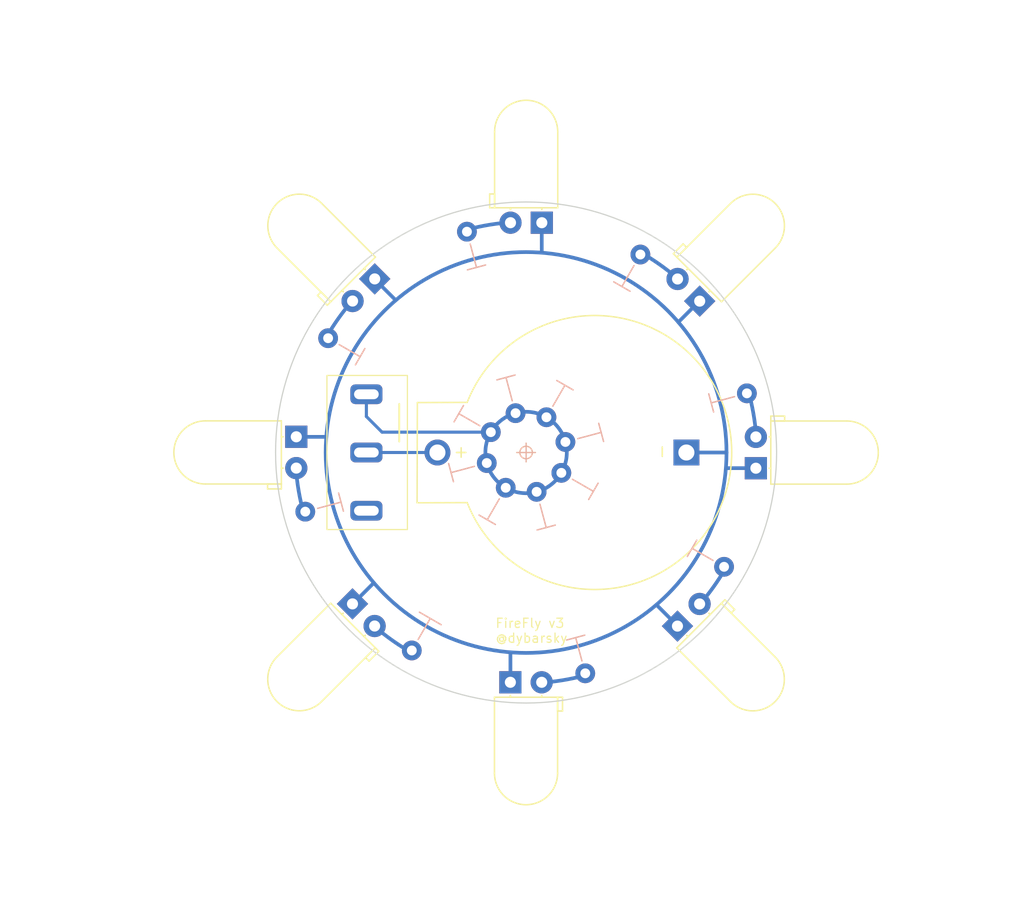
<source format=kicad_pcb>
(kicad_pcb (version 20221018) (generator pcbnew)
  (layers (0 "F.Cu" signal) (31 "B.Cu" signal) (34 "B.Paste" user) (35 "F.Paste" user) (36 "B.SilkS" user "B.Silkscreen") (37 "F.SilkS" user "F.Silkscreen") (38 "B.Mask" user) (39 "F.Mask" user) (44 "Edge.Cuts" user))
  (net 0 "")
  (net 1 "GND")
  (net 2 "3V")
  (net 3 "LED")
  (footprint "LED_THT:LED_D5.0mm_Horizontal_O1.27mm_Z3.0mm" (layer "F.Cu") (at 143.113324 80.177798 135)
    (fp_text reference "D1" hide)
    (fp_text value "LED_D5.0mm_Horizontal_O1.27mm_Z3.0mm" hide)
    (fp_line (start -1.29 1.21) (end -1.29 7.37) (stroke (width 0.12)) (layer "F.SilkS"))
    (fp_line (start -1.29 1.21) (end 3.83 1.21) (stroke (width 0.12)) (layer "F.SilkS"))
    (fp_line (start 0 1.08) (end 0 1.08) (stroke (width 0.12)) (layer "F.SilkS"))
    (fp_line (start 0 1.08) (end 0 1.21) (stroke (width 0.12)) (layer "F.SilkS"))
    (fp_line (start 0 1.21) (end 0 1.08) (stroke (width 0.12)) (layer "F.SilkS"))
    (fp_line (start 0 1.21) (end 0 1.21) (stroke (width 0.12)) (layer "F.SilkS"))
    (fp_line (start 2.54 1.08) (end 2.54 1.08) (stroke (width 0.12)) (layer "F.SilkS"))
    (fp_line (start 2.54 1.08) (end 2.54 1.21) (stroke (width 0.12)) (layer "F.SilkS"))
    (fp_line (start 2.54 1.21) (end 2.54 1.08) (stroke (width 0.12)) (layer "F.SilkS"))
    (fp_line (start 2.54 1.21) (end 2.54 1.21) (stroke (width 0.12)) (layer "F.SilkS"))
    (fp_line (start 3.83 1.21) (end 3.83 7.37) (stroke (width 0.12)) (layer "F.SilkS"))
    (fp_line (start 3.83 1.21) (end 4.23 1.21) (stroke (width 0.12)) (layer "F.SilkS"))
    (fp_line (start 3.83 2.33) (end 3.83 1.21) (stroke (width 0.12)) (layer "F.SilkS"))
    (fp_line (start 4.23 1.21) (end 4.23 2.33) (stroke (width 0.12)) (layer "F.SilkS"))
    (fp_line (start 4.23 2.33) (end 3.83 2.33) (stroke (width 0.12)) (layer "F.SilkS"))
    (fp_arc (start 3.83 7.37) (mid 1.27 9.93) (end -1.29 7.37) (stroke (width 0.12)) (layer "F.SilkS"))
    (pad "1" thru_hole rect (at 0 0 135) (size 1.8 1.8) (drill 0.9) (layers "*.Cu" "*.Mask") (net 1 "GND"))
    (pad "2" thru_hole circle (at 2.54 0 135) (size 1.8 1.8) (drill 0.9) (layers "*.Cu" "*.Mask") (net 3 "LED"))
  )
  (footprint "LED_THT:LED_D5.0mm_Horizontal_O1.27mm_Z3.0mm" (layer "F.Cu") (at 130.307 73.817 180)
    (fp_text reference "D2" hide)
    (fp_text value "LED_D5.0mm_Horizontal_O1.27mm_Z3.0mm" hide)
    (fp_line (start -1.29 1.21) (end -1.29 7.37) (stroke (width 0.12)) (layer "F.SilkS"))
    (fp_line (start -1.29 1.21) (end 3.83 1.21) (stroke (width 0.12)) (layer "F.SilkS"))
    (fp_line (start 0 1.08) (end 0 1.08) (stroke (width 0.12)) (layer "F.SilkS"))
    (fp_line (start 0 1.08) (end 0 1.21) (stroke (width 0.12)) (layer "F.SilkS"))
    (fp_line (start 0 1.21) (end 0 1.08) (stroke (width 0.12)) (layer "F.SilkS"))
    (fp_line (start 0 1.21) (end 0 1.21) (stroke (width 0.12)) (layer "F.SilkS"))
    (fp_line (start 2.54 1.08) (end 2.54 1.08) (stroke (width 0.12)) (layer "F.SilkS"))
    (fp_line (start 2.54 1.08) (end 2.54 1.21) (stroke (width 0.12)) (layer "F.SilkS"))
    (fp_line (start 2.54 1.21) (end 2.54 1.08) (stroke (width 0.12)) (layer "F.SilkS"))
    (fp_line (start 2.54 1.21) (end 2.54 1.21) (stroke (width 0.12)) (layer "F.SilkS"))
    (fp_line (start 3.83 1.21) (end 3.83 7.37) (stroke (width 0.12)) (layer "F.SilkS"))
    (fp_line (start 3.83 1.21) (end 4.23 1.21) (stroke (width 0.12)) (layer "F.SilkS"))
    (fp_line (start 3.83 2.33) (end 3.83 1.21) (stroke (width 0.12)) (layer "F.SilkS"))
    (fp_line (start 4.23 1.21) (end 4.23 2.33) (stroke (width 0.12)) (layer "F.SilkS"))
    (fp_line (start 4.23 2.33) (end 3.83 2.33) (stroke (width 0.12)) (layer "F.SilkS"))
    (fp_arc (start 3.83 7.37) (mid 1.27 9.93) (end -1.29 7.37) (stroke (width 0.12)) (layer "F.SilkS"))
    (pad "1" thru_hole rect (at 0 0 180) (size 1.8 1.8) (drill 0.9) (layers "*.Cu" "*.Mask") (net 1 "GND"))
    (pad "2" thru_hole circle (at 2.54 0 180) (size 1.8 1.8) (drill 0.9) (layers "*.Cu" "*.Mask") (net 3 "LED"))
  )
  (footprint "LED_THT:LED_D5.0mm_Horizontal_O1.27mm_Z3.0mm" (layer "F.Cu") (at 114.950676 104.734202 -45)
    (fp_text reference "REF**" hide)
    (fp_text value "LED_D5.0mm_Horizontal_O1.27mm_Z3.0mm" hide)
    (fp_line (start -1.29 1.21) (end -1.29 7.37) (stroke (width 0.12)) (layer "F.SilkS"))
    (fp_line (start -1.29 1.21) (end 3.83 1.21) (stroke (width 0.12)) (layer "F.SilkS"))
    (fp_line (start 0 1.08) (end 0 1.08) (stroke (width 0.12)) (layer "F.SilkS"))
    (fp_line (start 0 1.08) (end 0 1.21) (stroke (width 0.12)) (layer "F.SilkS"))
    (fp_line (start 0 1.21) (end 0 1.08) (stroke (width 0.12)) (layer "F.SilkS"))
    (fp_line (start 0 1.21) (end 0 1.21) (stroke (width 0.12)) (layer "F.SilkS"))
    (fp_line (start 2.54 1.08) (end 2.54 1.08) (stroke (width 0.12)) (layer "F.SilkS"))
    (fp_line (start 2.54 1.08) (end 2.54 1.21) (stroke (width 0.12)) (layer "F.SilkS"))
    (fp_line (start 2.54 1.21) (end 2.54 1.08) (stroke (width 0.12)) (layer "F.SilkS"))
    (fp_line (start 2.54 1.21) (end 2.54 1.21) (stroke (width 0.12)) (layer "F.SilkS"))
    (fp_line (start 3.83 1.21) (end 3.83 7.37) (stroke (width 0.12)) (layer "F.SilkS"))
    (fp_line (start 3.83 1.21) (end 4.23 1.21) (stroke (width 0.12)) (layer "F.SilkS"))
    (fp_line (start 3.83 2.33) (end 3.83 1.21) (stroke (width 0.12)) (layer "F.SilkS"))
    (fp_line (start 4.23 1.21) (end 4.23 2.33) (stroke (width 0.12)) (layer "F.SilkS"))
    (fp_line (start 4.23 2.33) (end 3.83 2.33) (stroke (width 0.12)) (layer "F.SilkS"))
    (fp_arc (start 3.83 7.37) (mid 1.27 9.93) (end -1.29 7.37) (stroke (width 0.12)) (layer "F.SilkS"))
    (pad "1" thru_hole rect (at 0 0 315) (size 1.8 1.8) (drill 0.9) (layers "*.Cu" "*.Mask") (net 1 "GND"))
    (pad "2" thru_hole circle (at 2.54 0 315) (size 1.8 1.8) (drill 0.9) (layers "*.Cu" "*.Mask") (net 3 "LED"))
  )
  (footprint "LED_THT:LED_D5.0mm_Horizontal_O1.27mm_Z3.0mm" (layer "F.Cu") (at 110.393 91.181 -90)
    (fp_text reference "REF**" hide)
    (fp_text value "LED_D5.0mm_Horizontal_O1.27mm_Z3.0mm" hide)
    (fp_line (start -1.29 1.21) (end -1.29 7.37) (stroke (width 0.12)) (layer "F.SilkS"))
    (fp_line (start -1.29 1.21) (end 3.83 1.21) (stroke (width 0.12)) (layer "F.SilkS"))
    (fp_line (start 0 1.08) (end 0 1.08) (stroke (width 0.12)) (layer "F.SilkS"))
    (fp_line (start 0 1.08) (end 0 1.21) (stroke (width 0.12)) (layer "F.SilkS"))
    (fp_line (start 0 1.21) (end 0 1.08) (stroke (width 0.12)) (layer "F.SilkS"))
    (fp_line (start 0 1.21) (end 0 1.21) (stroke (width 0.12)) (layer "F.SilkS"))
    (fp_line (start 2.54 1.08) (end 2.54 1.08) (stroke (width 0.12)) (layer "F.SilkS"))
    (fp_line (start 2.54 1.08) (end 2.54 1.21) (stroke (width 0.12)) (layer "F.SilkS"))
    (fp_line (start 2.54 1.21) (end 2.54 1.08) (stroke (width 0.12)) (layer "F.SilkS"))
    (fp_line (start 2.54 1.21) (end 2.54 1.21) (stroke (width 0.12)) (layer "F.SilkS"))
    (fp_line (start 3.83 1.21) (end 3.83 7.37) (stroke (width 0.12)) (layer "F.SilkS"))
    (fp_line (start 3.83 1.21) (end 4.23 1.21) (stroke (width 0.12)) (layer "F.SilkS"))
    (fp_line (start 3.83 2.33) (end 3.83 1.21) (stroke (width 0.12)) (layer "F.SilkS"))
    (fp_line (start 4.23 1.21) (end 4.23 2.33) (stroke (width 0.12)) (layer "F.SilkS"))
    (fp_line (start 4.23 2.33) (end 3.83 2.33) (stroke (width 0.12)) (layer "F.SilkS"))
    (fp_arc (start 3.83 7.37) (mid 1.27 9.93) (end -1.29 7.37) (stroke (width 0.12)) (layer "F.SilkS"))
    (pad "1" thru_hole rect (at 0 0 270) (size 1.8 1.8) (drill 0.9) (layers "*.Cu" "*.Mask") (net 1 "GND"))
    (pad "2" thru_hole circle (at 2.54 0 270) (size 1.8 1.8) (drill 0.9) (layers "*.Cu" "*.Mask") (net 3 "LED"))
  )
  (footprint "LED_THT:LED_D5.0mm_Horizontal_O1.27mm_Z3.0mm" (layer "F.Cu") (at 116.753798 78.374676 -135)
    (fp_text reference "REF**" hide)
    (fp_text value "LED_D5.0mm_Horizontal_O1.27mm_Z3.0mm" hide)
    (fp_line (start -1.29 1.21) (end -1.29 7.37) (stroke (width 0.12)) (layer "F.SilkS"))
    (fp_line (start -1.29 1.21) (end 3.83 1.21) (stroke (width 0.12)) (layer "F.SilkS"))
    (fp_line (start 0 1.08) (end 0 1.08) (stroke (width 0.12)) (layer "F.SilkS"))
    (fp_line (start 0 1.08) (end 0 1.21) (stroke (width 0.12)) (layer "F.SilkS"))
    (fp_line (start 0 1.21) (end 0 1.08) (stroke (width 0.12)) (layer "F.SilkS"))
    (fp_line (start 0 1.21) (end 0 1.21) (stroke (width 0.12)) (layer "F.SilkS"))
    (fp_line (start 2.54 1.08) (end 2.54 1.08) (stroke (width 0.12)) (layer "F.SilkS"))
    (fp_line (start 2.54 1.08) (end 2.54 1.21) (stroke (width 0.12)) (layer "F.SilkS"))
    (fp_line (start 2.54 1.21) (end 2.54 1.08) (stroke (width 0.12)) (layer "F.SilkS"))
    (fp_line (start 2.54 1.21) (end 2.54 1.21) (stroke (width 0.12)) (layer "F.SilkS"))
    (fp_line (start 3.83 1.21) (end 3.83 7.37) (stroke (width 0.12)) (layer "F.SilkS"))
    (fp_line (start 3.83 1.21) (end 4.23 1.21) (stroke (width 0.12)) (layer "F.SilkS"))
    (fp_line (start 3.83 2.33) (end 3.83 1.21) (stroke (width 0.12)) (layer "F.SilkS"))
    (fp_line (start 4.23 1.21) (end 4.23 2.33) (stroke (width 0.12)) (layer "F.SilkS"))
    (fp_line (start 4.23 2.33) (end 3.83 2.33) (stroke (width 0.12)) (layer "F.SilkS"))
    (fp_arc (start 3.83 7.37) (mid 1.27 9.93) (end -1.29 7.37) (stroke (width 0.12)) (layer "F.SilkS"))
    (pad "1" thru_hole rect (at 0 0 225) (size 1.8 1.8) (drill 0.9) (layers "*.Cu" "*.Mask") (net 1 "GND"))
    (pad "2" thru_hole circle (at 2.54 0 225) (size 1.8 1.8) (drill 0.9) (layers "*.Cu" "*.Mask") (net 3 "LED"))
  )
  (footprint "LED_THT:LED_D5.0mm_Horizontal_O1.27mm_Z3.0mm" (layer "F.Cu") (at 141.310202 106.537324 45)
    (fp_text reference "REF**" hide)
    (fp_text value "LED_D5.0mm_Horizontal_O1.27mm_Z3.0mm" hide)
    (fp_line (start -1.29 1.21) (end -1.29 7.37) (stroke (width 0.12)) (layer "F.SilkS"))
    (fp_line (start -1.29 1.21) (end 3.83 1.21) (stroke (width 0.12)) (layer "F.SilkS"))
    (fp_line (start 0 1.08) (end 0 1.08) (stroke (width 0.12)) (layer "F.SilkS"))
    (fp_line (start 0 1.08) (end 0 1.21) (stroke (width 0.12)) (layer "F.SilkS"))
    (fp_line (start 0 1.21) (end 0 1.08) (stroke (width 0.12)) (layer "F.SilkS"))
    (fp_line (start 0 1.21) (end 0 1.21) (stroke (width 0.12)) (layer "F.SilkS"))
    (fp_line (start 2.54 1.08) (end 2.54 1.08) (stroke (width 0.12)) (layer "F.SilkS"))
    (fp_line (start 2.54 1.08) (end 2.54 1.21) (stroke (width 0.12)) (layer "F.SilkS"))
    (fp_line (start 2.54 1.21) (end 2.54 1.08) (stroke (width 0.12)) (layer "F.SilkS"))
    (fp_line (start 2.54 1.21) (end 2.54 1.21) (stroke (width 0.12)) (layer "F.SilkS"))
    (fp_line (start 3.83 1.21) (end 3.83 7.37) (stroke (width 0.12)) (layer "F.SilkS"))
    (fp_line (start 3.83 1.21) (end 4.23 1.21) (stroke (width 0.12)) (layer "F.SilkS"))
    (fp_line (start 3.83 2.33) (end 3.83 1.21) (stroke (width 0.12)) (layer "F.SilkS"))
    (fp_line (start 4.23 1.21) (end 4.23 2.33) (stroke (width 0.12)) (layer "F.SilkS"))
    (fp_line (start 4.23 2.33) (end 3.83 2.33) (stroke (width 0.12)) (layer "F.SilkS"))
    (fp_arc (start 3.83 7.37) (mid 1.27 9.93) (end -1.29 7.37) (stroke (width 0.12)) (layer "F.SilkS"))
    (pad "1" thru_hole rect (at 0 0 45) (size 1.8 1.8) (drill 0.9) (layers "*.Cu" "*.Mask") (net 1 "GND"))
    (pad "2" thru_hole circle (at 2.54 0 45) (size 1.8 1.8) (drill 0.9) (layers "*.Cu" "*.Mask") (net 3 "LED"))
  )
  (footprint "LED_THT:LED_D5.0mm_Horizontal_O1.27mm_Z3.0mm" (layer "F.Cu") (at 127.757 111.095)
    (fp_text reference "REF**" hide)
    (fp_text value "LED_D5.0mm_Horizontal_O1.27mm_Z3.0mm" hide)
    (fp_line (start -1.29 1.21) (end -1.29 7.37) (stroke (width 0.12)) (layer "F.SilkS"))
    (fp_line (start -1.29 1.21) (end 3.83 1.21) (stroke (width 0.12)) (layer "F.SilkS"))
    (fp_line (start 0 1.08) (end 0 1.08) (stroke (width 0.12)) (layer "F.SilkS"))
    (fp_line (start 0 1.08) (end 0 1.21) (stroke (width 0.12)) (layer "F.SilkS"))
    (fp_line (start 0 1.21) (end 0 1.08) (stroke (width 0.12)) (layer "F.SilkS"))
    (fp_line (start 0 1.21) (end 0 1.21) (stroke (width 0.12)) (layer "F.SilkS"))
    (fp_line (start 2.54 1.08) (end 2.54 1.08) (stroke (width 0.12)) (layer "F.SilkS"))
    (fp_line (start 2.54 1.08) (end 2.54 1.21) (stroke (width 0.12)) (layer "F.SilkS"))
    (fp_line (start 2.54 1.21) (end 2.54 1.08) (stroke (width 0.12)) (layer "F.SilkS"))
    (fp_line (start 2.54 1.21) (end 2.54 1.21) (stroke (width 0.12)) (layer "F.SilkS"))
    (fp_line (start 3.83 1.21) (end 3.83 7.37) (stroke (width 0.12)) (layer "F.SilkS"))
    (fp_line (start 3.83 1.21) (end 4.23 1.21) (stroke (width 0.12)) (layer "F.SilkS"))
    (fp_line (start 3.83 2.33) (end 3.83 1.21) (stroke (width 0.12)) (layer "F.SilkS"))
    (fp_line (start 4.23 1.21) (end 4.23 2.33) (stroke (width 0.12)) (layer "F.SilkS"))
    (fp_line (start 4.23 2.33) (end 3.83 2.33) (stroke (width 0.12)) (layer "F.SilkS"))
    (fp_arc (start 3.83 7.37) (mid 1.27 9.93) (end -1.29 7.37) (stroke (width 0.12)) (layer "F.SilkS"))
    (pad "1" thru_hole rect (at 0 0) (size 1.8 1.8) (drill 0.9) (layers "*.Cu" "*.Mask") (net 1 "GND"))
    (pad "2" thru_hole circle (at 2.54 0) (size 1.8 1.8) (drill 0.9) (layers "*.Cu" "*.Mask") (net 3 "LED"))
  )
  (footprint "Battery:BatteryHolder_CR2032" (layer "F.Cu") (at 120.317176 92.456)
    (fp_text reference "CR2023" hide)
    (fp_text value "BatteryHolder_CR2032" hide)
    (fp_line (start -0.127 4.0767) (end -0.1016 -4.0513) (stroke (width 0.12)) (layer "F.SilkS"))
    (fp_line (start 3.937001 -4.064) (end -0.1016 -4.0513) (stroke (width 0.12)) (layer "F.SilkS"))
    (fp_line (start 3.937001 4.064) (end -0.127 4.0767) (stroke (width 0.12)) (layer "F.SilkS"))
    (fp_arc (start 3.937001 -4.064) (mid 25.392773 0) (end 3.937001 4.064) (stroke (width 0.12)) (layer "F.SilkS"))
    (pad "1" thru_hole oval (at 1.524 0 270) (size 2.1 2.1) (drill 1.3) (layers "*.Cu" "*.Mask") (net 2 "3V"))
    (pad "2" thru_hole rect (at 21.717 0 270) (size 2.1 2.1) (drill 1.3) (layers "*.Cu" "*.Mask") (net 1 "GND"))
  )
  (footprint "LED_THT:LED_D5.0mm_Horizontal_O1.27mm_Z3.0mm" (layer "F.Cu") (at 147.671 93.731 90)
    (fp_text reference "D8" hide)
    (fp_text value "LED_D5.0mm_Horizontal_O1.27mm_Z3.0mm" hide)
    (fp_line (start -1.29 1.21) (end -1.29 7.37) (stroke (width 0.12)) (layer "F.SilkS"))
    (fp_line (start -1.29 1.21) (end 3.83 1.21) (stroke (width 0.12)) (layer "F.SilkS"))
    (fp_line (start 0 1.08) (end 0 1.08) (stroke (width 0.12)) (layer "F.SilkS"))
    (fp_line (start 0 1.08) (end 0 1.21) (stroke (width 0.12)) (layer "F.SilkS"))
    (fp_line (start 0 1.21) (end 0 1.08) (stroke (width 0.12)) (layer "F.SilkS"))
    (fp_line (start 0 1.21) (end 0 1.21) (stroke (width 0.12)) (layer "F.SilkS"))
    (fp_line (start 2.54 1.08) (end 2.54 1.08) (stroke (width 0.12)) (layer "F.SilkS"))
    (fp_line (start 2.54 1.08) (end 2.54 1.21) (stroke (width 0.12)) (layer "F.SilkS"))
    (fp_line (start 2.54 1.21) (end 2.54 1.08) (stroke (width 0.12)) (layer "F.SilkS"))
    (fp_line (start 2.54 1.21) (end 2.54 1.21) (stroke (width 0.12)) (layer "F.SilkS"))
    (fp_line (start 3.83 1.21) (end 3.83 7.37) (stroke (width 0.12)) (layer "F.SilkS"))
    (fp_line (start 3.83 1.21) (end 4.23 1.21) (stroke (width 0.12)) (layer "F.SilkS"))
    (fp_line (start 3.83 2.33) (end 3.83 1.21) (stroke (width 0.12)) (layer "F.SilkS"))
    (fp_line (start 4.23 1.21) (end 4.23 2.33) (stroke (width 0.12)) (layer "F.SilkS"))
    (fp_line (start 4.23 2.33) (end 3.83 2.33) (stroke (width 0.12)) (layer "F.SilkS"))
    (fp_arc (start 3.83 7.37) (mid 1.27 9.93) (end -1.29 7.37) (stroke (width 0.12)) (layer "F.SilkS"))
    (pad "1" thru_hole rect (at 0 0 90) (size 1.8 1.8) (drill 0.9) (layers "*.Cu" "*.Mask") (net 1 "GND"))
    (pad "2" thru_hole circle (at 2.54 0 90) (size 1.8 1.8) (drill 0.9) (layers "*.Cu" "*.Mask") (net 3 "LED"))
  )
  (footprint "Button_Switch_THT:SS-12D10 Slide switch" (layer "F.Cu") (at 116.078 92.456 -90)
    (fp_text reference "" (at 0.635 -2.54 -90 unlocked) (layer "F.SilkS") (effects (font (thickness 0.1))))
    (fp_text value "SS-12D10 Slide switch" hide)
    (fp_rect (start -6.25 -3.327) (end 6.25 3.2) (stroke (width 0.1)) (fill none) (layer "F.SilkS"))
    (pad "1" thru_hole roundrect (at -4.7244 0 270) (size 1.6 2.6) (drill oval 0.8 2) (layers "*.Cu" "*.Mask") (net 2 "3V"))
    (pad "2" thru_hole roundrect (at 0 0 270) (size 1.6 2.6) (drill oval 0.8 2) (layers "*.Cu" "*.Mask") (net 2 "3V"))
    (pad "3" thru_hole roundrect (at 4.7244 0 270) (size 1.6 2.6) (drill oval 0.8 2) (layers "*.Cu" "*.Mask"))
  )
  (footprint "Resistor_THT:R_Axial_DIN0309_L9.0mm_D3.2mm_P15.24mm_Horizontal" (layer "B.Cu") (at 128.177378 89.266515 105)
    (fp_text reference "R2" hide)
    (fp_text value "R_Axial_DIN0309_L9.0mm_D3.2mm_P15.24mm_Horizontal" hide)
    (fp_line (start 1.04 0) (end 3 0) (stroke (width 0.12)) (layer "B.SilkS"))
    (fp_line (start 3 0.762) (end 3 -0.762) (stroke (width 0.12)) (layer "B.SilkS"))
    (fp_line (start 12.24 -0.762) (end 12.24 0.762) (stroke (width 0.12)) (layer "B.SilkS"))
    (fp_line (start 14.2 0) (end 12.24 0) (stroke (width 0.12)) (layer "B.SilkS"))
    (pad "1" thru_hole circle (at 0 0 105) (size 1.6 1.6) (drill 0.8) (layers "*.Cu" "*.Mask") (net 2 "3V"))
    (pad "2" thru_hole oval (at 15.24 0 105) (size 1.6 1.6) (drill 0.8) (layers "*.Cu" "*.Mask") (net 3 "LED"))
  )
  (footprint "Resistor_THT:R_Axial_DIN0309_L9.0mm_D3.2mm_P15.24mm_Horizontal" (layer "B.Cu") (at 127.380999 95.315614 -120)
    (fp_text reference "R5" hide)
    (fp_text value "R_Axial_DIN0309_L9.0mm_D3.2mm_P15.24mm_Horizontal" hide)
    (fp_line (start 1.04 0) (end 3 0) (stroke (width 0.12)) (layer "B.SilkS"))
    (fp_line (start 3 0.762) (end 3 -0.762) (stroke (width 0.12)) (layer "B.SilkS"))
    (fp_line (start 12.24 -1.016) (end 12.24 1.016) (stroke (width 0.12)) (layer "B.SilkS"))
    (fp_line (start 14.2 0) (end 12.24 0) (stroke (width 0.12)) (layer "B.SilkS"))
    (pad "1" thru_hole circle (at 0 0 240) (size 1.6 1.6) (drill 0.8) (layers "*.Cu" "*.Mask") (net 2 "3V"))
    (pad "2" thru_hole oval (at 15.24 0 240) (size 1.6 1.6) (drill 0.8) (layers "*.Cu" "*.Mask") (net 3 "LED"))
  )
  (footprint "Resistor_THT:R_Axial_DIN0309_L9.0mm_D3.2mm_P15.24mm_Horizontal" (layer "B.Cu") (at 125.842513 93.31062 -165)
    (fp_text reference "R4" hide)
    (fp_text value "R_Axial_DIN0309_L9.0mm_D3.2mm_P15.24mm_Horizontal" hide)
    (fp_line (start 1.04 0) (end 3 0) (stroke (width 0.12)) (layer "B.SilkS"))
    (fp_line (start 3 0.762) (end 3 -0.762) (stroke (width 0.12)) (layer "B.SilkS"))
    (fp_line (start 12.24 -0.762) (end 12.24 0.762) (stroke (width 0.12)) (layer "B.SilkS"))
    (fp_line (start 14.2 0) (end 12.24 0) (stroke (width 0.12)) (layer "B.SilkS"))
    (pad "1" thru_hole circle (at 0 0 195) (size 1.6 1.6) (drill 0.8) (layers "*.Cu" "*.Mask") (net 2 "3V"))
    (pad "2" thru_hole oval (at 15.24 0 195) (size 1.6 1.6) (drill 0.8) (layers "*.Cu" "*.Mask") (net 3 "LED"))
  )
  (footprint "Resistor_THT:R_Axial_DIN0309_L9.0mm_D3.2mm_P15.24mm_Horizontal" (layer "B.Cu") (at 129.886618 95.645485 -75)
    (fp_text reference "R6" hide)
    (fp_text value "R_Axial_DIN0309_L9.0mm_D3.2mm_P15.24mm_Horizontal" hide)
    (fp_line (start 1.04 0) (end 3 0) (stroke (width 0.12)) (layer "B.SilkS"))
    (fp_line (start 3 0.762) (end 3 -0.762) (stroke (width 0.12)) (layer "B.SilkS"))
    (fp_line (start 12.24 -0.762) (end 12.24 0.762) (stroke (width 0.12)) (layer "B.SilkS"))
    (fp_line (start 14.2 0) (end 12.24 0) (stroke (width 0.12)) (layer "B.SilkS"))
    (pad "1" thru_hole circle (at 0 0 285) (size 1.6 1.6) (drill 0.8) (layers "*.Cu" "*.Mask") (net 2 "3V"))
    (pad "2" thru_hole oval (at 15.24 0 285) (size 1.6 1.6) (drill 0.8) (layers "*.Cu" "*.Mask") (net 3 "LED"))
  )
  (footprint "Resistor_THT:R_Axial_DIN0309_L9.0mm_D3.2mm_P15.24mm_Horizontal" (layer "B.Cu") (at 126.172384 90.805001 150)
    (fp_text reference "3" hide)
    (fp_text value "R_Axial_DIN0309_L9.0mm_D3.2mm_P15.24mm_Horizontal" hide)
    (fp_line (start 1.04 0) (end 3 0) (stroke (width 0.12)) (layer "B.SilkS"))
    (fp_line (start 3 0.762) (end 3 -0.762) (stroke (width 0.12)) (layer "B.SilkS"))
    (fp_line (start 12.24 -0.762) (end 12.24 0.762) (stroke (width 0.12)) (layer "B.SilkS"))
    (fp_line (start 14.2 0) (end 12.24 0) (stroke (width 0.12)) (layer "B.SilkS"))
    (pad "1" thru_hole circle (at 0 0 150) (size 1.6 1.6) (drill 0.8) (layers "*.Cu" "*.Mask") (net 2 "3V"))
    (pad "2" thru_hole oval (at 15.24 0 150) (size 1.6 1.6) (drill 0.8) (layers "*.Cu" "*.Mask") (net 3 "LED"))
  )
  (footprint "Resistor_THT:R_Axial_DIN0309_L9.0mm_D3.2mm_P15.24mm_Horizontal" (layer "B.Cu") (at 131.891612 94.106999 -30)
    (fp_text reference "R7" hide)
    (fp_text value "R_Axial_DIN0309_L9.0mm_D3.2mm_P15.24mm_Horizontal" hide)
    (fp_line (start 1.04 0) (end 3 0) (stroke (width 0.12)) (layer "B.SilkS"))
    (fp_line (start 3 0.762) (end 3 -0.762) (stroke (width 0.12)) (layer "B.SilkS"))
    (fp_line (start 12.24 -0.762) (end 12.24 0.762) (stroke (width 0.12)) (layer "B.SilkS"))
    (fp_line (start 14.2 0) (end 12.24 0) (stroke (width 0.12)) (layer "B.SilkS"))
    (pad "1" thru_hole circle (at 0 0 330) (size 1.6 1.6) (drill 0.8) (layers "*.Cu" "*.Mask") (net 2 "3V"))
    (pad "2" thru_hole oval (at 15.24 0 330) (size 1.6 1.6) (drill 0.8) (layers "*.Cu" "*.Mask") (net 3 "LED"))
  )
  (footprint "Resistor_THT:R_Axial_DIN0309_L9.0mm_D3.2mm_P15.24mm_Horizontal" (layer "B.Cu") (at 130.682997 89.596386 60)
    (fp_text reference "R1" hide)
    (fp_text value "R_Axial_DIN0309_L9.0mm_D3.2mm_P15.24mm_Horizontal" hide)
    (fp_line (start 1.04 0) (end 3 0) (stroke (width 0.12)) (layer "B.SilkS"))
    (fp_line (start 3 0.762) (end 3 -0.762) (stroke (width 0.12)) (layer "B.SilkS"))
    (fp_line (start 12.24 -0.762) (end 12.24 0.762) (stroke (width 0.12)) (layer "B.SilkS"))
    (fp_line (start 14.2 0) (end 12.24 0) (stroke (width 0.12)) (layer "B.SilkS"))
    (pad "1" thru_hole circle (at 0 0 60) (size 1.6 1.6) (drill 0.8) (layers "*.Cu" "*.Mask") (net 2 "3V"))
    (pad "2" thru_hole oval (at 15.24 0 60) (size 1.6 1.6) (drill 0.8) (layers "*.Cu" "*.Mask") (net 3 "LED"))
  )
  (footprint "Resistor_THT:R_Axial_DIN0309_L9.0mm_D3.2mm_P15.24mm_Horizontal" (layer "B.Cu") (at 132.221483 91.60138 15)
    (fp_text reference "R8" hide)
    (fp_text value "R_Axial_DIN0309_L9.0mm_D3.2mm_P15.24mm_Horizontal" hide)
    (fp_line (start 1.04 0) (end 3 0) (stroke (width 0.12)) (layer "B.SilkS"))
    (fp_line (start 3 0.762) (end 3 -0.762) (stroke (width 0.12)) (layer "B.SilkS"))
    (fp_line (start 12.24 -0.762) (end 12.24 0.762) (stroke (width 0.12)) (layer "B.SilkS"))
    (fp_line (start 14.2 0) (end 12.24 0) (stroke (width 0.12)) (layer "B.SilkS"))
    (pad "1" thru_hole circle (at 0 0 15) (size 1.6 1.6) (drill 0.8) (layers "*.Cu" "*.Mask") (net 2 "3V"))
    (pad "2" thru_hole oval (at 15.24 0 15) (size 1.6 1.6) (drill 0.8) (layers "*.Cu" "*.Mask") (net 3 "LED"))
  )
  (gr_arc (start 138.281667 76.201737) (mid 139.862097 77.203122) (end 141.334646 78.357302) (stroke (width 0.3)) (layer "B.Cu"))
  (gr_arc (start 147.066002 87.503002) (mid 147.475449 89.328622) (end 147.700569 91.186) (stroke (width 0.3)) (layer "B.Cu"))
  (gr_line (start 147.701 93.726) (end 145.288 93.726) (stroke (width 0.3)) (layer "B.Cu"))
  (gr_arc (start 124.079004 74.421998) (mid 125.904623 74.012552) (end 127.762 73.787431) (stroke (width 0.3)) (layer "B.Cu"))
  (gr_line (start 130.302 73.787) (end 130.302 76.2) (stroke (width 0.3)) (layer "B.Cu"))
  (gr_line (start 116.713 78.359) (end 118.451497 80.097497) (stroke (width 0.3)) (layer "B.Cu"))
  (gr_line (start 141.351 106.553) (end 139.611915 104.813915) (stroke (width 0.3)) (layer "B.Cu"))
  (gr_line (start 143.129 80.137) (end 141.38361 81.88239) (stroke (width 0.3)) (layer "B.Cu"))
  (gr_circle (center 129.032 92.456) (end 132.334 92.456) (stroke (width 0.3)) (fill none) (layer "B.Cu"))
  (gr_line (start 114.935 104.775) (end 116.665663 103.044337) (stroke (width 0.3)) (layer "B.Cu"))
  (gr_arc (start 112.777737 83.206337) (mid 113.779123 81.625905) (end 114.933303 80.153354) (stroke (width 0.3)) (layer "B.Cu"))
  (gr_line (start 110.363 91.186) (end 112.776 91.186) (stroke (width 0.3)) (layer "B.Cu"))
  (gr_arc (start 145.286264 101.705666) (mid 144.284878 103.286097) (end 143.130698 104.758646) (stroke (width 0.3)) (layer "B.Cu"))
  (gr_arc (start 110.998 97.409) (mid 110.588553 95.583379) (end 110.363432 93.726) (stroke (width 0.3)) (layer "B.Cu"))
  (gr_line (start 127.762 111.125) (end 127.762 108.712) (stroke (width 0.3)) (layer "B.Cu"))
  (gr_line (start 141.986 92.456) (end 145.288 92.456) (stroke (width 0.3)) (layer "B.Cu"))
  (gr_arc (start 119.782336 108.710263) (mid 118.201905 107.708877) (end 116.729354 106.554698) (stroke (width 0.3)) (layer "B.Cu"))
  (gr_arc (start 133.984999 110.490001) (mid 132.159379 110.899448) (end 130.302 111.124569) (stroke (width 0.3)) (layer "B.Cu"))
  (gr_circle (center 129.032 92.456) (end 145.288 92.456) (stroke (width 0.3)) (fill none) (layer "B.Cu"))
  (gr_line (start 129.032 91.694) (end 129.032 93.218) (stroke (width 0.1)) (layer "B.SilkS"))
  (gr_line (start 129.794 92.456) (end 128.27 92.456) (stroke (width 0.1)) (layer "B.SilkS"))
  (gr_circle (center 129.032001 92.456) (end 128.541311 92.32452) (stroke (width 0.1)) (fill none) (layer "B.SilkS"))
  (gr_line (start 129.794 92.456) (end 128.27 92.456) (stroke (width 0.1)) (layer "F.SilkS"))
  (gr_line (start 118.745 88.519) (end 118.745 91.567) (stroke (width 0.15)) (layer "F.SilkS"))
  (gr_circle (center 129.032001 92.456) (end 129.522691 92.32452) (stroke (width 0.1)) (fill none) (layer "F.SilkS"))
  (gr_line (start 129.032 93.218) (end 129.032 91.694) (stroke (width 0.1)) (layer "F.SilkS"))
  (gr_circle (center 129.032 92.456) (end 149.352 92.456) (stroke (width 0.1)) (fill none) (layer "Edge.Cuts"))
  (gr_text "-" (at 140.589 93.091 90) (layer "F.SilkS") (effects (font (size 1 1) (thickness 0.125)) (justify left bottom)))
  (gr_text "FireFly v3\n@dybarsky" (at 126.492 107.95) (layer "F.SilkS") (effects (font (size 0.75 0.75) (thickness 0.1)) (justify left bottom)))
  (gr_text "+" (at 123.063 92.964) (layer "F.SilkS") (effects (font (size 1 1) (thickness 0.125)) (justify left bottom)))
  (segment (start 116.078 87.7316) (end 116.078 89.535) (width 0.25) (layer "B.Cu") (net 2))
  (segment (start 121.841176 92.456) (end 116.078 92.456) (width 0.25) (layer "B.Cu") (net 2))
  (segment (start 116.078 89.535) (end 117.348001 90.805001) (width 0.25) (layer "B.Cu") (net 2))
  (segment (start 117.348001 90.805001) (end 126.172384 90.805001) (width 0.25) (layer "B.Cu") (net 2))
)
</source>
